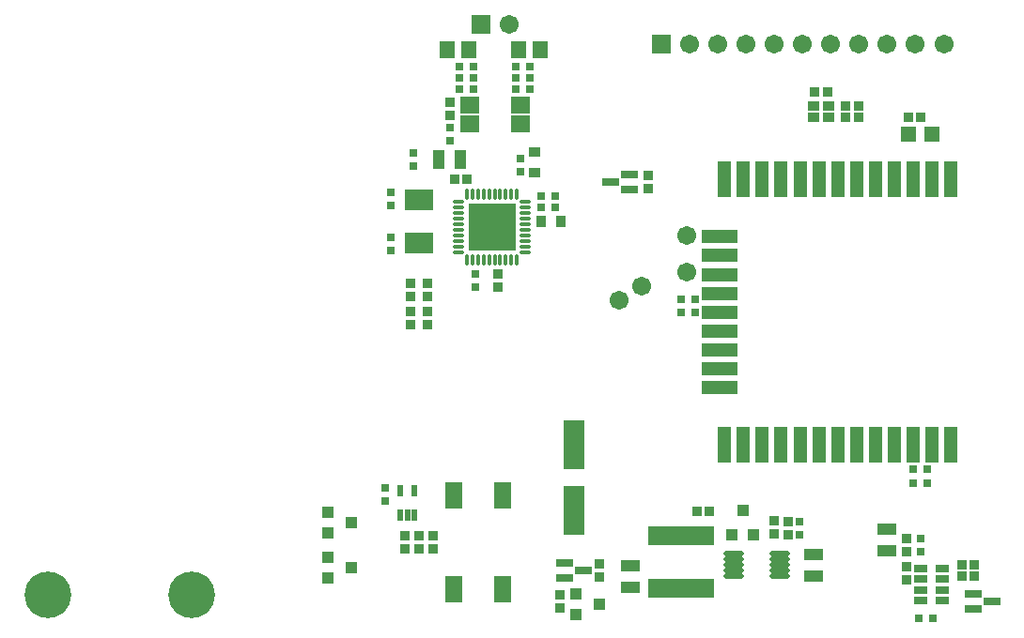
<source format=gts>
G04 Layer_Color=8388736*
%FSLAX24Y24*%
%MOIN*%
G70*
G01*
G75*
%ADD51R,0.0592X0.0946*%
%ADD52R,0.0336X0.0375*%
%ADD53R,0.0671X0.0415*%
%ADD54R,0.0375X0.0336*%
%ADD55R,0.0395X0.0356*%
%ADD56R,0.0552X0.0552*%
%ADD57R,0.0730X0.1773*%
%ADD58R,0.0316X0.0316*%
%ADD59R,0.0316X0.0316*%
%ADD60R,0.0434X0.0395*%
%ADD61O,0.0730X0.0198*%
%ADD62R,0.0395X0.0434*%
%ADD63R,0.1025X0.0749*%
%ADD64R,0.0592X0.0297*%
%ADD65R,0.1261X0.0474*%
%ADD66R,0.0474X0.1261*%
%ADD67R,0.0336X0.0434*%
%ADD68R,0.0434X0.0336*%
%ADD69R,0.0651X0.0592*%
%ADD70R,0.0552X0.0612*%
%ADD71R,0.2324X0.0710*%
%ADD72R,0.0415X0.0671*%
%ADD73O,0.0159X0.0395*%
%ADD74O,0.0395X0.0159*%
%ADD75R,0.1694X0.1694*%
%ADD76R,0.0217X0.0413*%
%ADD77R,0.0469X0.0311*%
%ADD78C,0.1655*%
%ADD79C,0.0671*%
%ADD80R,0.0671X0.0671*%
D51*
X-6366Y-6546D02*
D03*
Y-9854D02*
D03*
X-4634D02*
D03*
Y-6546D02*
D03*
D52*
X-1200Y-8974D02*
D03*
Y-9426D02*
D03*
X-8100Y-7974D02*
D03*
Y-8426D02*
D03*
X-7600Y-7974D02*
D03*
Y-8426D02*
D03*
X-7100Y-7974D02*
D03*
Y-8426D02*
D03*
X5500Y-7474D02*
D03*
Y-7926D02*
D03*
X5000Y-7900D02*
D03*
Y-7447D02*
D03*
X-7900Y0D02*
D03*
Y-453D02*
D03*
X-7300Y0D02*
D03*
Y-453D02*
D03*
Y1000D02*
D03*
Y547D02*
D03*
X-7900Y1000D02*
D03*
Y547D02*
D03*
X-2600Y-10074D02*
D03*
Y-10526D02*
D03*
X9700Y-9074D02*
D03*
Y-9526D02*
D03*
X-6500Y6974D02*
D03*
Y7426D02*
D03*
X-4800Y874D02*
D03*
Y1326D02*
D03*
X535Y4826D02*
D03*
Y4374D02*
D03*
X9700Y-8074D02*
D03*
Y-8526D02*
D03*
D53*
X-100Y-9016D02*
D03*
Y-9784D02*
D03*
X9000Y-7716D02*
D03*
Y-8484D02*
D03*
X6400Y-9384D02*
D03*
Y-8616D02*
D03*
D54*
X6449Y7803D02*
D03*
X6902D02*
D03*
X8002Y7303D02*
D03*
X7549D02*
D03*
X8002Y6903D02*
D03*
X7549D02*
D03*
X9774Y6900D02*
D03*
X10226D02*
D03*
X2726Y-7100D02*
D03*
X2274D02*
D03*
X12126Y-9000D02*
D03*
X11674D02*
D03*
X12126Y-9400D02*
D03*
X11674D02*
D03*
X-6326Y4700D02*
D03*
X-5874D02*
D03*
D55*
X6400Y7300D02*
D03*
X6951D02*
D03*
Y6906D02*
D03*
X6400D02*
D03*
D56*
X10613Y6300D02*
D03*
X9787D02*
D03*
D57*
X-2100Y-4719D02*
D03*
Y-7081D02*
D03*
D58*
X10436Y-6100D02*
D03*
X9964D02*
D03*
X10436Y-5600D02*
D03*
X9964D02*
D03*
X-2764Y4100D02*
D03*
X-3236D02*
D03*
X-4136Y7900D02*
D03*
X-3664D02*
D03*
X-4136Y8300D02*
D03*
X-3664D02*
D03*
Y8700D02*
D03*
X-4136D02*
D03*
X-6136Y7900D02*
D03*
X-5664D02*
D03*
Y8700D02*
D03*
X-6136D02*
D03*
X-5664Y8300D02*
D03*
X-6136D02*
D03*
X-3236Y3700D02*
D03*
X-2764D02*
D03*
X10636Y-10900D02*
D03*
X10164D02*
D03*
D59*
X5900Y-7936D02*
D03*
Y-7464D02*
D03*
X-8600Y2164D02*
D03*
Y2636D02*
D03*
X1700Y436D02*
D03*
Y-36D02*
D03*
X2200Y436D02*
D03*
Y-36D02*
D03*
X-7800Y5636D02*
D03*
Y5164D02*
D03*
X-4000Y5436D02*
D03*
Y4964D02*
D03*
X-6500Y6064D02*
D03*
Y6536D02*
D03*
X-5600Y864D02*
D03*
Y1336D02*
D03*
X-8800Y-6264D02*
D03*
Y-6736D02*
D03*
X-8600Y4236D02*
D03*
Y3764D02*
D03*
X10200Y-8536D02*
D03*
Y-8064D02*
D03*
D60*
X-9977Y-7500D02*
D03*
X-10823Y-7874D02*
D03*
Y-7126D02*
D03*
X-9977Y-9100D02*
D03*
X-10823Y-9474D02*
D03*
Y-8726D02*
D03*
X-1177Y-10400D02*
D03*
X-2023Y-10774D02*
D03*
Y-10026D02*
D03*
D61*
X3583Y-8606D02*
D03*
Y-8803D02*
D03*
Y-9000D02*
D03*
Y-9197D02*
D03*
Y-9394D02*
D03*
X5217Y-8606D02*
D03*
Y-8803D02*
D03*
Y-9000D02*
D03*
Y-9197D02*
D03*
Y-9394D02*
D03*
D62*
X3900Y-7077D02*
D03*
X4274Y-7923D02*
D03*
X3526D02*
D03*
D63*
X-7600Y2432D02*
D03*
Y3968D02*
D03*
D64*
X-1765Y-9200D02*
D03*
X-2435Y-9456D02*
D03*
Y-8944D02*
D03*
X-800Y4600D02*
D03*
X-131Y4856D02*
D03*
Y4344D02*
D03*
X12065Y-10044D02*
D03*
Y-10556D02*
D03*
X12735Y-10300D02*
D03*
D65*
X3097Y-2698D02*
D03*
Y-2029D02*
D03*
Y-1360D02*
D03*
Y-691D02*
D03*
Y-21D02*
D03*
Y648D02*
D03*
Y1317D02*
D03*
Y1987D02*
D03*
Y2656D02*
D03*
D66*
X3254Y4703D02*
D03*
X3924D02*
D03*
X4593D02*
D03*
X5262D02*
D03*
X5932D02*
D03*
X6601D02*
D03*
X7270D02*
D03*
X7939D02*
D03*
X8609D02*
D03*
X9278D02*
D03*
X9947D02*
D03*
X10617D02*
D03*
X11286D02*
D03*
Y-4746D02*
D03*
X10617D02*
D03*
X9947D02*
D03*
X9278D02*
D03*
X8609D02*
D03*
X7939D02*
D03*
X7270D02*
D03*
X6601D02*
D03*
X5932D02*
D03*
X5262D02*
D03*
X4593D02*
D03*
X3924D02*
D03*
X3254D02*
D03*
D67*
X-3264Y3200D02*
D03*
X-2536D02*
D03*
D68*
X-3500Y4936D02*
D03*
Y5664D02*
D03*
D69*
X-4000Y7335D02*
D03*
Y6665D02*
D03*
X-5800Y7335D02*
D03*
Y6665D02*
D03*
D70*
X-3290Y9300D02*
D03*
X-4038D02*
D03*
X-6574D02*
D03*
X-5826D02*
D03*
D71*
X1700Y-9825D02*
D03*
Y-7975D02*
D03*
D72*
X-6116Y5400D02*
D03*
X-6884D02*
D03*
D73*
X-4114Y4181D02*
D03*
X-4311D02*
D03*
X-4508D02*
D03*
X-4705D02*
D03*
X-4902D02*
D03*
X-5098D02*
D03*
X-5295D02*
D03*
X-5492D02*
D03*
X-5689D02*
D03*
X-5886D02*
D03*
Y1819D02*
D03*
X-5689D02*
D03*
X-5492D02*
D03*
X-5295D02*
D03*
X-5098D02*
D03*
X-4902D02*
D03*
X-4705D02*
D03*
X-4508D02*
D03*
X-4311D02*
D03*
X-4114D02*
D03*
D74*
X-6181Y3886D02*
D03*
Y3689D02*
D03*
Y3492D02*
D03*
Y3295D02*
D03*
Y3098D02*
D03*
Y2902D02*
D03*
Y2705D02*
D03*
Y2508D02*
D03*
Y2311D02*
D03*
Y2114D02*
D03*
X-3819D02*
D03*
Y2311D02*
D03*
Y2508D02*
D03*
Y2705D02*
D03*
Y2902D02*
D03*
Y3098D02*
D03*
Y3295D02*
D03*
Y3492D02*
D03*
Y3689D02*
D03*
Y3886D02*
D03*
D75*
X-5000Y3000D02*
D03*
D76*
X-8256Y-6367D02*
D03*
X-7744D02*
D03*
Y-7233D02*
D03*
X-8000D02*
D03*
X-8256D02*
D03*
D77*
X10206Y-9127D02*
D03*
Y-9509D02*
D03*
Y-9891D02*
D03*
Y-10273D02*
D03*
X10994Y-9127D02*
D03*
Y-9509D02*
D03*
Y-9891D02*
D03*
Y-10273D02*
D03*
D78*
X-20759Y-10059D02*
D03*
X-15641D02*
D03*
D79*
X8000Y9500D02*
D03*
X6000D02*
D03*
X5000D02*
D03*
X4000D02*
D03*
X2000Y9500D02*
D03*
X3000Y9500D02*
D03*
X7000D02*
D03*
X9000D02*
D03*
X10000D02*
D03*
X11039D02*
D03*
X-4400Y10200D02*
D03*
X-500Y400D02*
D03*
X1900Y1400D02*
D03*
Y2700D02*
D03*
X300Y900D02*
D03*
D80*
X1000Y9500D02*
D03*
X-5400Y10200D02*
D03*
M02*

</source>
